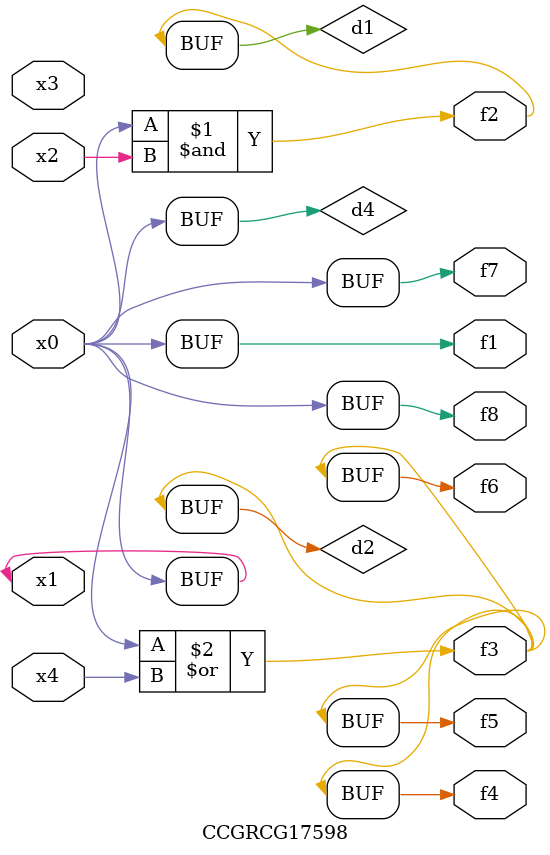
<source format=v>
module CCGRCG17598(
	input x0, x1, x2, x3, x4,
	output f1, f2, f3, f4, f5, f6, f7, f8
);

	wire d1, d2, d3, d4;

	and (d1, x0, x2);
	or (d2, x0, x4);
	nand (d3, x0, x2);
	buf (d4, x0, x1);
	assign f1 = d4;
	assign f2 = d1;
	assign f3 = d2;
	assign f4 = d2;
	assign f5 = d2;
	assign f6 = d2;
	assign f7 = d4;
	assign f8 = d4;
endmodule

</source>
